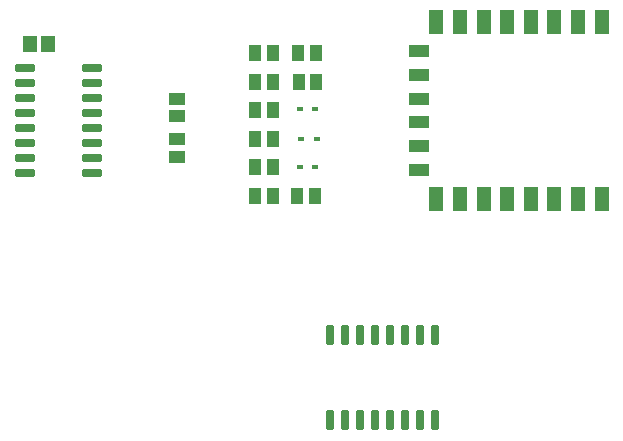
<source format=gbp>
G04*
G04 #@! TF.GenerationSoftware,Altium Limited,Altium Designer,22.10.1 (41)*
G04*
G04 Layer_Color=128*
%FSLAX44Y44*%
%MOMM*%
G71*
G04*
G04 #@! TF.SameCoordinates,893357DB-CB06-46F0-9665-1AF58A0A3231*
G04*
G04*
G04 #@! TF.FilePolarity,Positive*
G04*
G01*
G75*
G04:AMPARAMS|DCode=45|XSize=0.6mm|YSize=1.65mm|CornerRadius=0.051mm|HoleSize=0mm|Usage=FLASHONLY|Rotation=180.000|XOffset=0mm|YOffset=0mm|HoleType=Round|Shape=RoundedRectangle|*
%AMROUNDEDRECTD45*
21,1,0.6000,1.5480,0,0,180.0*
21,1,0.4980,1.6500,0,0,180.0*
1,1,0.1020,-0.2490,0.7740*
1,1,0.1020,0.2490,0.7740*
1,1,0.1020,0.2490,-0.7740*
1,1,0.1020,-0.2490,-0.7740*
%
%ADD45ROUNDEDRECTD45*%
%ADD46R,0.4800X0.4000*%
G04:AMPARAMS|DCode=47|XSize=0.65mm|YSize=1.65mm|CornerRadius=0.0488mm|HoleSize=0mm|Usage=FLASHONLY|Rotation=90.000|XOffset=0mm|YOffset=0mm|HoleType=Round|Shape=RoundedRectangle|*
%AMROUNDEDRECTD47*
21,1,0.6500,1.5525,0,0,90.0*
21,1,0.5525,1.6500,0,0,90.0*
1,1,0.0975,0.7763,0.2763*
1,1,0.0975,0.7763,-0.2763*
1,1,0.0975,-0.7763,-0.2763*
1,1,0.0975,-0.7763,0.2763*
%
%ADD47ROUNDEDRECTD47*%
%ADD48R,1.0000X1.3500*%
%ADD49R,1.1500X1.3500*%
%ADD50R,1.7000X1.1000*%
%ADD51R,1.2000X2.0000*%
%ADD52R,1.3500X1.0000*%
D45*
X524510Y240720D02*
D03*
X537210D02*
D03*
X549910D02*
D03*
X562610D02*
D03*
X575310D02*
D03*
X588010D02*
D03*
X600710D02*
D03*
X613410D02*
D03*
X524510Y168220D02*
D03*
X537210D02*
D03*
X549910D02*
D03*
X562610D02*
D03*
X575310D02*
D03*
X588010D02*
D03*
X600710D02*
D03*
X613410D02*
D03*
D46*
X512060Y431800D02*
D03*
X498860D02*
D03*
X512060Y382270D02*
D03*
X498860D02*
D03*
X513330Y406400D02*
D03*
X500130D02*
D03*
D47*
X322890Y466090D02*
D03*
Y453390D02*
D03*
Y440690D02*
D03*
Y427990D02*
D03*
Y415290D02*
D03*
Y402590D02*
D03*
Y389890D02*
D03*
Y377190D02*
D03*
X266390Y466090D02*
D03*
Y453390D02*
D03*
Y440690D02*
D03*
Y427990D02*
D03*
Y415290D02*
D03*
Y402590D02*
D03*
Y389890D02*
D03*
Y377190D02*
D03*
D48*
X476010Y478790D02*
D03*
X461010D02*
D03*
X497840D02*
D03*
X512840D02*
D03*
X497960Y454660D02*
D03*
X512960D02*
D03*
X461130D02*
D03*
X476130D02*
D03*
X461130Y430530D02*
D03*
X476130D02*
D03*
X461130Y406400D02*
D03*
X476130D02*
D03*
X461130Y382270D02*
D03*
X476130D02*
D03*
X496690Y358140D02*
D03*
X511690D02*
D03*
X461130D02*
D03*
X476130D02*
D03*
D49*
X285380Y486410D02*
D03*
X270880D02*
D03*
D50*
X599530Y480530D02*
D03*
Y460530D02*
D03*
Y440530D02*
D03*
Y420530D02*
D03*
Y400530D02*
D03*
Y380530D02*
D03*
D51*
X754530Y505530D02*
D03*
X734530D02*
D03*
X714530D02*
D03*
X694530D02*
D03*
X674530D02*
D03*
X654530D02*
D03*
X634530D02*
D03*
X614530D02*
D03*
Y355530D02*
D03*
X634530D02*
D03*
X654530D02*
D03*
X674530D02*
D03*
X694530D02*
D03*
X714530D02*
D03*
X734530D02*
D03*
X754530D02*
D03*
D52*
X394970Y406160D02*
D03*
Y391160D02*
D03*
Y425570D02*
D03*
Y440570D02*
D03*
M02*

</source>
